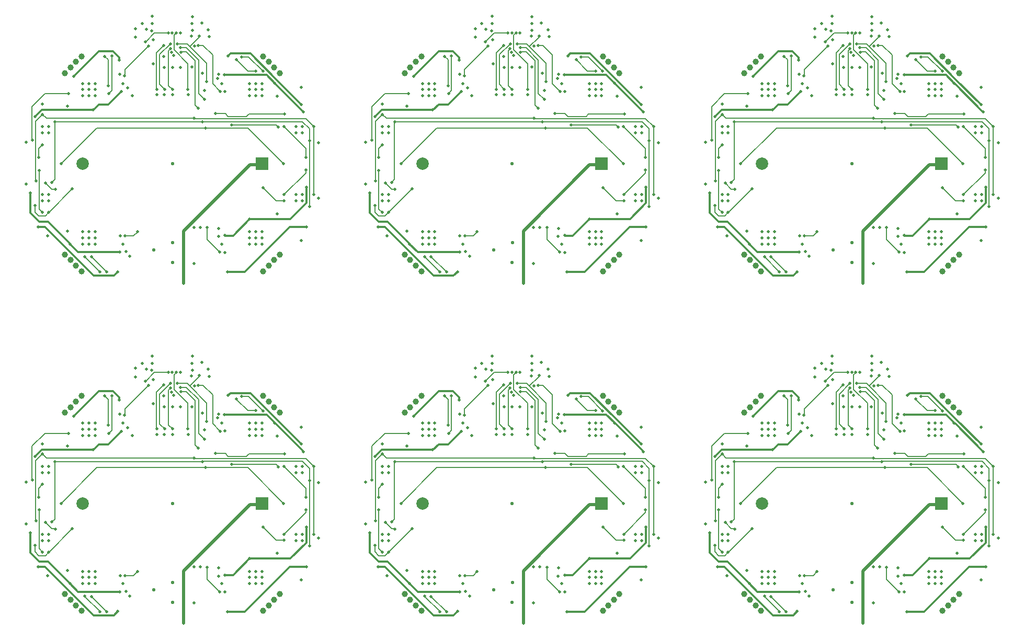
<source format=gbl>
G04*
G04 #@! TF.GenerationSoftware,Altium Limited,Altium Designer,22.3.1 (43)*
G04*
G04 Layer_Physical_Order=4*
G04 Layer_Color=16711680*
%FSLAX25Y25*%
%MOIN*%
G70*
G04*
G04 #@! TF.SameCoordinates,BE9F1A3D-2FD5-4231-B36C-A3B311DF6078*
G04*
G04*
G04 #@! TF.FilePolarity,Positive*
G04*
G01*
G75*
%ADD18R,0.07874X0.07874*%
%ADD42C,0.01181*%
%ADD43C,0.00787*%
%ADD44C,0.01968*%
%ADD46C,0.07874*%
%ADD47C,0.03937*%
%ADD48C,0.02165*%
%ADD49C,0.01968*%
%ADD50C,0.00591*%
D18*
X194882Y137795D02*
D03*
X411417D02*
D03*
X627953D02*
D03*
X194882Y354331D02*
D03*
X411417D02*
D03*
X627953D02*
D03*
D42*
X187500Y208169D02*
X204009Y191660D01*
X174902Y208169D02*
X187500D01*
X173327Y206594D02*
X174902Y208169D01*
X90945Y209350D02*
X100000D01*
X103937Y203740D02*
Y205413D01*
X100000Y209350D02*
X103937Y205413D01*
X75000Y193405D02*
X90945Y209350D01*
X87205Y172047D02*
X87387D01*
X54724D02*
X87205D01*
X197835Y194390D02*
X202953Y189272D01*
Y189075D02*
X203166D01*
X203740Y188583D02*
X221358Y170965D01*
X203658Y188583D02*
X203740D01*
X203166Y189075D02*
X203658Y188583D01*
X202953Y189075D02*
Y189272D01*
X221358Y170866D02*
Y170965D01*
X171063Y194390D02*
X197835D01*
X187470Y102559D02*
X212992D01*
X223130Y112697D01*
Y122835D01*
X58465Y100787D02*
X72539Y86713D01*
X77658Y81496D02*
X104331D01*
X72539Y86614D02*
Y86713D01*
Y86614D02*
X77658Y81496D01*
X52854Y100787D02*
X58465D01*
X204009Y191660D02*
Y191660D01*
Y191660D02*
X220079Y175591D01*
X183957Y68701D02*
X212598Y97342D01*
X172835Y68701D02*
X183957D01*
X171260Y92028D02*
X171358Y91929D01*
X176476D01*
X187106Y102559D01*
X187364Y102453D02*
X187470Y102559D01*
X87598Y66437D02*
X100591D01*
X103051Y68898D01*
X47146Y119095D02*
X47244Y118996D01*
Y106398D02*
Y118996D01*
X50394Y167717D02*
X54724Y172047D01*
X96949Y175492D02*
X105315Y183858D01*
X90969Y175492D02*
X96949D01*
X87524Y172047D02*
X90969Y175492D01*
X47244Y106398D02*
X52854Y100787D01*
X212598Y97342D02*
X223228D01*
X52362D02*
X56693D01*
X87598Y66437D01*
X404035Y208169D02*
X420545Y191660D01*
X391437Y208169D02*
X404035D01*
X389862Y206594D02*
X391437Y208169D01*
X307480Y209350D02*
X316535D01*
X320472Y203740D02*
Y205413D01*
X316535Y209350D02*
X320472Y205413D01*
X291535Y193405D02*
X307480Y209350D01*
X303740Y172047D02*
X303922D01*
X271260D02*
X303740D01*
X414370Y194390D02*
X419488Y189272D01*
Y189075D02*
X419701D01*
X420276Y188583D02*
X437894Y170965D01*
X420193Y188583D02*
X420276D01*
X419701Y189075D02*
X420193Y188583D01*
X419488Y189075D02*
Y189272D01*
X437894Y170866D02*
Y170965D01*
X387598Y194390D02*
X414370D01*
X404005Y102559D02*
X429528D01*
X439665Y112697D01*
Y122835D01*
X275000Y100787D02*
X289075Y86713D01*
X294193Y81496D02*
X320866D01*
X289075Y86614D02*
Y86713D01*
Y86614D02*
X294193Y81496D01*
X269390Y100787D02*
X275000D01*
X420545Y191660D02*
Y191660D01*
Y191660D02*
X436614Y175591D01*
X400492Y68701D02*
X429134Y97342D01*
X389370Y68701D02*
X400492D01*
X387795Y92028D02*
X387894Y91929D01*
X393012D01*
X403642Y102559D01*
X403899Y102453D02*
X404005Y102559D01*
X304134Y66437D02*
X317126D01*
X319587Y68898D01*
X263681Y119095D02*
X263779Y118996D01*
Y106398D02*
Y118996D01*
X266929Y167717D02*
X271260Y172047D01*
X313484Y175492D02*
X321850Y183858D01*
X307505Y175492D02*
X313484D01*
X304060Y172047D02*
X307505Y175492D01*
X263779Y106398D02*
X269390Y100787D01*
X429134Y97342D02*
X439764D01*
X268898D02*
X273228D01*
X304134Y66437D01*
X620571Y208169D02*
X637080Y191660D01*
X607972Y208169D02*
X620571D01*
X606398Y206594D02*
X607972Y208169D01*
X524016Y209350D02*
X533071D01*
X537008Y203740D02*
Y205413D01*
X533071Y209350D02*
X537008Y205413D01*
X508071Y193405D02*
X524016Y209350D01*
X520276Y172047D02*
X520458D01*
X487795D02*
X520276D01*
X630905Y194390D02*
X636024Y189272D01*
Y189075D02*
X636237D01*
X636811Y188583D02*
X654429Y170965D01*
X636729Y188583D02*
X636811D01*
X636237Y189075D02*
X636729Y188583D01*
X636024Y189075D02*
Y189272D01*
X654429Y170866D02*
Y170965D01*
X604134Y194390D02*
X630905D01*
X620541Y102559D02*
X646063D01*
X656201Y112697D01*
Y122835D01*
X491536Y100787D02*
X505610Y86713D01*
X510728Y81496D02*
X537402D01*
X505610Y86614D02*
Y86713D01*
Y86614D02*
X510728Y81496D01*
X485925Y100787D02*
X491536D01*
X637080Y191660D02*
Y191660D01*
Y191660D02*
X653150Y175591D01*
X617028Y68701D02*
X645669Y97342D01*
X605905Y68701D02*
X617028D01*
X604331Y92028D02*
X604429Y91929D01*
X609547D01*
X620177Y102559D01*
X620434Y102453D02*
X620541Y102559D01*
X520669Y66437D02*
X533661D01*
X536122Y68898D01*
X480217Y119095D02*
X480315Y118996D01*
Y106398D02*
Y118996D01*
X483465Y167717D02*
X487795Y172047D01*
X530020Y175492D02*
X538386Y183858D01*
X524040Y175492D02*
X530020D01*
X520595Y172047D02*
X524040Y175492D01*
X480315Y106398D02*
X485925Y100787D01*
X645669Y97342D02*
X656299D01*
X485433D02*
X489764D01*
X520669Y66437D01*
X187500Y424705D02*
X204009Y408195D01*
X174902Y424705D02*
X187500D01*
X173327Y423130D02*
X174902Y424705D01*
X90945Y425886D02*
X100000D01*
X103937Y420276D02*
Y421949D01*
X100000Y425886D02*
X103937Y421949D01*
X75000Y409941D02*
X90945Y425886D01*
X87205Y388583D02*
X87387D01*
X54724D02*
X87205D01*
X197835Y410925D02*
X202953Y405807D01*
Y405610D02*
X203166D01*
X203740Y405118D02*
X221358Y387500D01*
X203658Y405118D02*
X203740D01*
X203166Y405610D02*
X203658Y405118D01*
X202953Y405610D02*
Y405807D01*
X221358Y387402D02*
Y387500D01*
X171063Y410925D02*
X197835D01*
X187470Y319094D02*
X212992D01*
X223130Y329232D01*
Y339370D01*
X58465Y317323D02*
X72539Y303248D01*
X77658Y298031D02*
X104331D01*
X72539Y303150D02*
Y303248D01*
Y303150D02*
X77658Y298031D01*
X52854Y317323D02*
X58465D01*
X204009Y408195D02*
Y408195D01*
Y408195D02*
X220079Y392126D01*
X183957Y285236D02*
X212598Y313878D01*
X172835Y285236D02*
X183957D01*
X171260Y308563D02*
X171358Y308465D01*
X176476D01*
X187106Y319094D01*
X187364Y318988D02*
X187470Y319094D01*
X87598Y282972D02*
X100591D01*
X103051Y285433D01*
X47146Y335630D02*
X47244Y335531D01*
Y322933D02*
Y335531D01*
X50394Y384252D02*
X54724Y388583D01*
X96949Y392028D02*
X105315Y400394D01*
X90969Y392028D02*
X96949D01*
X87524Y388583D02*
X90969Y392028D01*
X47244Y322933D02*
X52854Y317323D01*
X212598Y313878D02*
X223228D01*
X52362D02*
X56693D01*
X87598Y282972D01*
X404035Y424705D02*
X420545Y408195D01*
X391437Y424705D02*
X404035D01*
X389862Y423130D02*
X391437Y424705D01*
X307480Y425886D02*
X316535D01*
X320472Y420276D02*
Y421949D01*
X316535Y425886D02*
X320472Y421949D01*
X291535Y409941D02*
X307480Y425886D01*
X303740Y388583D02*
X303922D01*
X271260D02*
X303740D01*
X414370Y410925D02*
X419488Y405807D01*
Y405610D02*
X419701D01*
X420276Y405118D02*
X437894Y387500D01*
X420193Y405118D02*
X420276D01*
X419701Y405610D02*
X420193Y405118D01*
X419488Y405610D02*
Y405807D01*
X437894Y387402D02*
Y387500D01*
X387598Y410925D02*
X414370D01*
X404005Y319094D02*
X429528D01*
X439665Y329232D01*
Y339370D01*
X275000Y317323D02*
X289075Y303248D01*
X294193Y298031D02*
X320866D01*
X289075Y303150D02*
Y303248D01*
Y303150D02*
X294193Y298031D01*
X269390Y317323D02*
X275000D01*
X420545Y408195D02*
Y408195D01*
Y408195D02*
X436614Y392126D01*
X400492Y285236D02*
X429134Y313878D01*
X389370Y285236D02*
X400492D01*
X387795Y308563D02*
X387894Y308465D01*
X393012D01*
X403642Y319094D01*
X403899Y318988D02*
X404005Y319094D01*
X304134Y282972D02*
X317126D01*
X319587Y285433D01*
X263681Y335630D02*
X263779Y335531D01*
Y322933D02*
Y335531D01*
X266929Y384252D02*
X271260Y388583D01*
X313484Y392028D02*
X321850Y400394D01*
X307505Y392028D02*
X313484D01*
X304060Y388583D02*
X307505Y392028D01*
X263779Y322933D02*
X269390Y317323D01*
X429134Y313878D02*
X439764D01*
X268898D02*
X273228D01*
X304134Y282972D01*
X620571Y424705D02*
X637080Y408195D01*
X607972Y424705D02*
X620571D01*
X606398Y423130D02*
X607972Y424705D01*
X524016Y425886D02*
X533071D01*
X537008Y420276D02*
Y421949D01*
X533071Y425886D02*
X537008Y421949D01*
X508071Y409941D02*
X524016Y425886D01*
X520276Y388583D02*
X520458D01*
X487795D02*
X520276D01*
X630905Y410925D02*
X636024Y405807D01*
Y405610D02*
X636237D01*
X636811Y405118D02*
X654429Y387500D01*
X636729Y405118D02*
X636811D01*
X636237Y405610D02*
X636729Y405118D01*
X636024Y405610D02*
Y405807D01*
X654429Y387402D02*
Y387500D01*
X604134Y410925D02*
X630905D01*
X620541Y319094D02*
X646063D01*
X656201Y329232D01*
Y339370D01*
X491536Y317323D02*
X505610Y303248D01*
X510728Y298031D02*
X537402D01*
X505610Y303150D02*
Y303248D01*
Y303150D02*
X510728Y298031D01*
X485925Y317323D02*
X491536D01*
X637080Y408195D02*
Y408195D01*
Y408195D02*
X653150Y392126D01*
X617028Y285236D02*
X645669Y313878D01*
X605905Y285236D02*
X617028D01*
X604331Y308563D02*
X604429Y308465D01*
X609547D01*
X620177Y319094D01*
X620434Y318988D02*
X620541Y319094D01*
X520669Y282972D02*
X533661D01*
X536122Y285433D01*
X480217Y335630D02*
X480315Y335531D01*
Y322933D02*
Y335531D01*
X483465Y384252D02*
X487795Y388583D01*
X530020Y392028D02*
X538386Y400394D01*
X524040Y392028D02*
X530020D01*
X520595Y388583D02*
X524040Y392028D01*
X480315Y322933D02*
X485925Y317323D01*
X645669Y313878D02*
X656299D01*
X485433D02*
X489764D01*
X520669Y282972D01*
D43*
X154621Y218474D02*
X155118Y218972D01*
Y219291D01*
X148524Y212894D02*
X148868Y212549D01*
X159547Y201870D01*
X154621Y218302D02*
Y218474D01*
X148868Y212549D02*
X154621Y218302D01*
X163484Y188681D02*
X168405Y183760D01*
X107382Y193996D02*
X107480Y194095D01*
Y197933D01*
X135433Y209917D02*
X136516Y210999D01*
X135433Y187598D02*
Y209917D01*
Y187598D02*
X137795Y185236D01*
X136516Y210999D02*
Y211319D01*
X138878Y210433D02*
X147736Y201575D01*
X138878Y219783D02*
X140354Y221260D01*
X138878Y210433D02*
Y219783D01*
X97342Y182480D02*
Y182480D01*
X99149Y206531D02*
X99213Y206468D01*
Y184350D02*
Y206468D01*
X97342Y182480D02*
X99213Y184350D01*
X94685Y206299D02*
X96949Y204035D01*
Y187598D02*
Y204035D01*
X208858Y161417D02*
X222835Y147441D01*
Y141732D02*
Y147441D01*
Y131890D02*
Y133858D01*
X209055Y118110D02*
X222835Y131890D01*
X154528Y182480D02*
Y203937D01*
Y182480D02*
X158268Y178740D01*
X146752Y211713D02*
X154528Y203937D01*
X143012Y211713D02*
X146752D01*
X159547Y190059D02*
Y201870D01*
X63017Y164503D02*
X63041Y164478D01*
X152264Y175098D02*
Y203445D01*
Y175098D02*
X154331Y173031D01*
X178642Y204134D02*
X185827Y196949D01*
X190945D01*
X178642Y204134D02*
Y204331D01*
X55118Y169291D02*
X57677Y166732D01*
X151673D01*
X62894Y127756D02*
Y164380D01*
X63002Y164488D01*
X184941Y167815D02*
X186516Y169390D01*
X171555Y169685D02*
X173425Y167815D01*
X184941D01*
X129724Y188386D02*
Y207382D01*
Y188386D02*
X132874Y185236D01*
X127756Y185335D02*
Y208612D01*
Y185335D02*
X127854Y185236D01*
X127756Y208612D02*
X132382Y213238D01*
X186319Y205906D02*
X195473Y196752D01*
X52756Y141831D02*
Y147539D01*
X55118Y149902D01*
X52854Y108957D02*
Y133661D01*
Y108957D02*
X55118Y106693D01*
X86221Y78543D02*
X95965Y68799D01*
X82087Y78494D02*
X91634Y68947D01*
Y68799D02*
Y68947D01*
X82087Y78494D02*
Y78642D01*
X160039Y89468D02*
X168012Y81496D01*
X147736Y185236D02*
Y201575D01*
X113091Y91831D02*
X115551Y94291D01*
X107677Y91831D02*
X113091D01*
X62992Y121653D02*
X63189Y121457D01*
X61024Y121653D02*
X62992D01*
X57087Y125591D02*
X61024Y121653D01*
X50787Y126969D02*
Y164961D01*
X55118Y169291D01*
X181890Y205906D02*
X186319D01*
X205413Y161122D02*
Y161249D01*
X204064Y162598D02*
X205413Y161249D01*
X175492Y162598D02*
X204064D01*
X48425Y152953D02*
Y174213D01*
Y152953D02*
X48524Y152854D01*
X165157Y169685D02*
X171555D01*
X186516Y169390D02*
X209350D01*
X158957Y160630D02*
X185827D01*
X208661Y137795D01*
X66929D02*
X89764Y160630D01*
X158957D01*
X222835Y166535D02*
X227953Y161417D01*
X151870Y166535D02*
X222835D01*
X151673Y166732D02*
X151870Y166535D01*
X227953Y118110D02*
Y161417D01*
X157114Y164594D02*
X220740D01*
X63041Y164478D02*
X156978D01*
X156988Y164469D01*
X157114Y164594D01*
X220740D02*
X225197Y160138D01*
X129724Y207382D02*
X136614Y214272D01*
X147146D02*
X148524Y212894D01*
X154429Y213189D02*
X157382D01*
X163484Y188681D02*
Y207087D01*
X157382Y213189D02*
X163484Y207087D01*
X195669Y122638D02*
X204035Y114272D01*
X209055D01*
X141043Y214272D02*
X147146D01*
X107480Y197933D02*
X122539Y212992D01*
X160039Y89468D02*
Y97047D01*
X120768Y215650D02*
X120813D01*
X50787Y126969D02*
X50886Y126870D01*
X48425Y174213D02*
X56693Y182480D01*
X56890Y104528D02*
X59055Y106693D01*
X50394Y106890D02*
X52756Y104528D01*
X56890D01*
X50394Y106890D02*
Y111024D01*
X146653Y209055D02*
X152264Y203445D01*
X61024Y125886D02*
X62894Y127756D01*
X143307Y209055D02*
X146653D01*
X143209Y208957D02*
X143307Y209055D01*
X74114Y121752D02*
Y121850D01*
X59153Y106791D02*
X74114Y121752D01*
X56693Y182480D02*
X71555D01*
X71653Y182382D01*
X225197Y152461D02*
Y160138D01*
X59055Y106693D02*
X59153Y106791D01*
X225197Y110630D02*
Y152461D01*
X115551Y94291D02*
Y94390D01*
X371156Y218474D02*
X371654Y218972D01*
Y219291D01*
X365059Y212894D02*
X365404Y212549D01*
X376083Y201870D01*
X371156Y218302D02*
Y218474D01*
X365404Y212549D02*
X371156Y218302D01*
X380020Y188681D02*
X384941Y183760D01*
X323917Y193996D02*
X324016Y194095D01*
Y197933D01*
X351969Y209917D02*
X353051Y210999D01*
X351969Y187598D02*
Y209917D01*
Y187598D02*
X354331Y185236D01*
X353051Y210999D02*
Y211319D01*
X355413Y210433D02*
X364272Y201575D01*
X355413Y219783D02*
X356890Y221260D01*
X355413Y210433D02*
Y219783D01*
X313878Y182480D02*
Y182480D01*
X315685Y206531D02*
X315748Y206468D01*
Y184350D02*
Y206468D01*
X313878Y182480D02*
X315748Y184350D01*
X311221Y206299D02*
X313484Y204035D01*
Y187598D02*
Y204035D01*
X425394Y161417D02*
X439370Y147441D01*
Y141732D02*
Y147441D01*
Y131890D02*
Y133858D01*
X425591Y118110D02*
X439370Y131890D01*
X371063Y182480D02*
Y203937D01*
Y182480D02*
X374803Y178740D01*
X363287Y211713D02*
X371063Y203937D01*
X359547Y211713D02*
X363287D01*
X376083Y190059D02*
Y201870D01*
X279552Y164503D02*
X279577Y164478D01*
X368799Y175098D02*
Y203445D01*
Y175098D02*
X370866Y173031D01*
X395177Y204134D02*
X402362Y196949D01*
X407480D01*
X395177Y204134D02*
Y204331D01*
X271654Y169291D02*
X274213Y166732D01*
X368209D01*
X279429Y127756D02*
Y164380D01*
X279537Y164488D01*
X401476Y167815D02*
X403051Y169390D01*
X388091Y169685D02*
X389961Y167815D01*
X401476D01*
X346260Y188386D02*
Y207382D01*
Y188386D02*
X349410Y185236D01*
X344291Y185335D02*
Y208612D01*
Y185335D02*
X344390Y185236D01*
X344291Y208612D02*
X348917Y213238D01*
X402854Y205906D02*
X412008Y196752D01*
X269291Y141831D02*
Y147539D01*
X271654Y149902D01*
X269390Y108957D02*
Y133661D01*
Y108957D02*
X271654Y106693D01*
X302756Y78543D02*
X312500Y68799D01*
X298622Y78494D02*
X308169Y68947D01*
Y68799D02*
Y68947D01*
X298622Y78494D02*
Y78642D01*
X376575Y89468D02*
X384547Y81496D01*
X364272Y185236D02*
Y201575D01*
X329626Y91831D02*
X332087Y94291D01*
X324213Y91831D02*
X329626D01*
X279528Y121653D02*
X279724Y121457D01*
X277559Y121653D02*
X279528D01*
X273622Y125591D02*
X277559Y121653D01*
X267323Y126969D02*
Y164961D01*
X271654Y169291D01*
X398425Y205906D02*
X402854D01*
X421949Y161122D02*
Y161249D01*
X420600Y162598D02*
X421949Y161249D01*
X392028Y162598D02*
X420600D01*
X264961Y152953D02*
Y174213D01*
Y152953D02*
X265059Y152854D01*
X381693Y169685D02*
X388091D01*
X403051Y169390D02*
X425886D01*
X375492Y160630D02*
X402362D01*
X425197Y137795D01*
X283465D02*
X306299Y160630D01*
X375492D01*
X439370Y166535D02*
X444488Y161417D01*
X368406Y166535D02*
X439370D01*
X368209Y166732D02*
X368406Y166535D01*
X444488Y118110D02*
Y161417D01*
X373650Y164594D02*
X437276D01*
X279577Y164478D02*
X373514D01*
X373524Y164469D01*
X373650Y164594D01*
X437276D02*
X441732Y160138D01*
X346260Y207382D02*
X353150Y214272D01*
X363681D02*
X365059Y212894D01*
X370965Y213189D02*
X373917D01*
X380020Y188681D02*
Y207087D01*
X373917Y213189D02*
X380020Y207087D01*
X412205Y122638D02*
X420571Y114272D01*
X425591D01*
X357579Y214272D02*
X363681D01*
X324016Y197933D02*
X339075Y212992D01*
X376575Y89468D02*
Y97047D01*
X337303Y215650D02*
X337348D01*
X267323Y126969D02*
X267421Y126870D01*
X264961Y174213D02*
X273228Y182480D01*
X273425Y104528D02*
X275591Y106693D01*
X266929Y106890D02*
X269291Y104528D01*
X273425D01*
X266929Y106890D02*
Y111024D01*
X363189Y209055D02*
X368799Y203445D01*
X277559Y125886D02*
X279429Y127756D01*
X359842Y209055D02*
X363189D01*
X359744Y208957D02*
X359842Y209055D01*
X290650Y121752D02*
Y121850D01*
X275689Y106791D02*
X290650Y121752D01*
X273228Y182480D02*
X288091D01*
X288189Y182382D01*
X441732Y152461D02*
Y160138D01*
X275591Y106693D02*
X275689Y106791D01*
X441732Y110630D02*
Y152461D01*
X332087Y94291D02*
Y94390D01*
X587691Y218474D02*
X588189Y218972D01*
Y219291D01*
X581595Y212894D02*
X581939Y212549D01*
X592618Y201870D01*
X587691Y218302D02*
Y218474D01*
X581939Y212549D02*
X587691Y218302D01*
X596555Y188681D02*
X601476Y183760D01*
X540453Y193996D02*
X540551Y194095D01*
Y197933D01*
X568504Y209917D02*
X569587Y210999D01*
X568504Y187598D02*
Y209917D01*
Y187598D02*
X570866Y185236D01*
X569587Y210999D02*
Y211319D01*
X571949Y210433D02*
X580807Y201575D01*
X571949Y219783D02*
X573425Y221260D01*
X571949Y210433D02*
Y219783D01*
X530413Y182480D02*
Y182480D01*
X532220Y206531D02*
X532283Y206468D01*
Y184350D02*
Y206468D01*
X530413Y182480D02*
X532283Y184350D01*
X527756Y206299D02*
X530020Y204035D01*
Y187598D02*
Y204035D01*
X641929Y161417D02*
X655905Y147441D01*
Y141732D02*
Y147441D01*
Y131890D02*
Y133858D01*
X642126Y118110D02*
X655905Y131890D01*
X587598Y182480D02*
Y203937D01*
Y182480D02*
X591339Y178740D01*
X579823Y211713D02*
X587598Y203937D01*
X576083Y211713D02*
X579823D01*
X592618Y190059D02*
Y201870D01*
X496088Y164503D02*
X496112Y164478D01*
X585335Y175098D02*
Y203445D01*
Y175098D02*
X587402Y173031D01*
X611713Y204134D02*
X618898Y196949D01*
X624016D01*
X611713Y204134D02*
Y204331D01*
X488189Y169291D02*
X490748Y166732D01*
X584744D01*
X495965Y127756D02*
Y164380D01*
X496073Y164488D01*
X618012Y167815D02*
X619587Y169390D01*
X604626Y169685D02*
X606496Y167815D01*
X618012D01*
X562795Y188386D02*
Y207382D01*
Y188386D02*
X565945Y185236D01*
X560827Y185335D02*
Y208612D01*
Y185335D02*
X560925Y185236D01*
X560827Y208612D02*
X565453Y213238D01*
X619390Y205906D02*
X628543Y196752D01*
X485827Y141831D02*
Y147539D01*
X488189Y149902D01*
X485925Y108957D02*
Y133661D01*
Y108957D02*
X488189Y106693D01*
X519291Y78543D02*
X529036Y68799D01*
X515158Y78494D02*
X524705Y68947D01*
Y68799D02*
Y68947D01*
X515158Y78494D02*
Y78642D01*
X593110Y89468D02*
X601083Y81496D01*
X580807Y185236D02*
Y201575D01*
X546161Y91831D02*
X548622Y94291D01*
X540748Y91831D02*
X546161D01*
X496063Y121653D02*
X496260Y121457D01*
X494095Y121653D02*
X496063D01*
X490158Y125591D02*
X494095Y121653D01*
X483858Y126969D02*
Y164961D01*
X488189Y169291D01*
X614961Y205906D02*
X619390D01*
X638484Y161122D02*
Y161249D01*
X637135Y162598D02*
X638484Y161249D01*
X608563Y162598D02*
X637135D01*
X481496Y152953D02*
Y174213D01*
Y152953D02*
X481595Y152854D01*
X598228Y169685D02*
X604626D01*
X619587Y169390D02*
X642421D01*
X592028Y160630D02*
X618898D01*
X641732Y137795D01*
X500000D02*
X522835Y160630D01*
X592028D01*
X655905Y166535D02*
X661024Y161417D01*
X584941Y166535D02*
X655905D01*
X584744Y166732D02*
X584941Y166535D01*
X661024Y118110D02*
Y161417D01*
X590185Y164594D02*
X653811D01*
X496112Y164478D02*
X590049D01*
X590059Y164469D01*
X590185Y164594D01*
X653811D02*
X658268Y160138D01*
X562795Y207382D02*
X569685Y214272D01*
X580217D02*
X581595Y212894D01*
X587500Y213189D02*
X590453D01*
X596555Y188681D02*
Y207087D01*
X590453Y213189D02*
X596555Y207087D01*
X628740Y122638D02*
X637106Y114272D01*
X642126D01*
X574114Y214272D02*
X580217D01*
X540551Y197933D02*
X555610Y212992D01*
X593110Y89468D02*
Y97047D01*
X553839Y215650D02*
X553884D01*
X483858Y126969D02*
X483957Y126870D01*
X481496Y174213D02*
X489764Y182480D01*
X489961Y104528D02*
X492126Y106693D01*
X483465Y106890D02*
X485827Y104528D01*
X489961D01*
X483465Y106890D02*
Y111024D01*
X579724Y209055D02*
X585335Y203445D01*
X494095Y125886D02*
X495965Y127756D01*
X576378Y209055D02*
X579724D01*
X576280Y208957D02*
X576378Y209055D01*
X507185Y121752D02*
Y121850D01*
X492224Y106791D02*
X507185Y121752D01*
X489764Y182480D02*
X504626D01*
X504724Y182382D01*
X658268Y152461D02*
Y160138D01*
X492126Y106693D02*
X492224Y106791D01*
X658268Y110630D02*
Y152461D01*
X548622Y94291D02*
Y94390D01*
X154621Y435009D02*
X155118Y435507D01*
Y435827D01*
X148524Y429429D02*
X148868Y429085D01*
X159547Y418405D01*
X154621Y434837D02*
Y435009D01*
X148868Y429085D02*
X154621Y434837D01*
X163484Y405217D02*
X168405Y400295D01*
X107382Y410532D02*
X107480Y410630D01*
Y414468D01*
X135433Y426452D02*
X136516Y427535D01*
X135433Y404134D02*
Y426452D01*
Y404134D02*
X137795Y401772D01*
X136516Y427535D02*
Y427854D01*
X138878Y426968D02*
X147736Y418110D01*
X138878Y436319D02*
X140354Y437795D01*
X138878Y426968D02*
Y436319D01*
X97342Y399016D02*
Y399016D01*
X99149Y423067D02*
X99213Y423003D01*
Y400886D02*
Y423003D01*
X97342Y399016D02*
X99213Y400886D01*
X94685Y422835D02*
X96949Y420571D01*
Y404134D02*
Y420571D01*
X208858Y377953D02*
X222835Y363976D01*
Y358268D02*
Y363976D01*
Y348425D02*
Y350394D01*
X209055Y334646D02*
X222835Y348425D01*
X154528Y399016D02*
Y420472D01*
Y399016D02*
X158268Y395276D01*
X146752Y428248D02*
X154528Y420472D01*
X143012Y428248D02*
X146752D01*
X159547Y406595D02*
Y418405D01*
X63017Y381038D02*
X63041Y381014D01*
X152264Y391634D02*
Y419980D01*
Y391634D02*
X154331Y389567D01*
X178642Y420669D02*
X185827Y413484D01*
X190945D01*
X178642Y420669D02*
Y420866D01*
X55118Y385827D02*
X57677Y383268D01*
X151673D01*
X62894Y344291D02*
Y380915D01*
X63002Y381024D01*
X184941Y384350D02*
X186516Y385925D01*
X171555Y386221D02*
X173425Y384350D01*
X184941D01*
X129724Y404921D02*
Y423917D01*
Y404921D02*
X132874Y401772D01*
X127756Y401870D02*
Y425148D01*
Y401870D02*
X127854Y401772D01*
X127756Y425148D02*
X132382Y429774D01*
X186319Y422441D02*
X195473Y413287D01*
X52756Y358366D02*
Y364075D01*
X55118Y366437D01*
X52854Y325492D02*
Y350197D01*
Y325492D02*
X55118Y323228D01*
X86221Y295079D02*
X95965Y285335D01*
X82087Y295029D02*
X91634Y285482D01*
Y285335D02*
Y285482D01*
X82087Y295029D02*
Y295177D01*
X160039Y306004D02*
X168012Y298031D01*
X147736Y401772D02*
Y418110D01*
X113091Y308366D02*
X115551Y310827D01*
X107677Y308366D02*
X113091D01*
X62992Y338189D02*
X63189Y337992D01*
X61024Y338189D02*
X62992D01*
X57087Y342126D02*
X61024Y338189D01*
X50787Y343504D02*
Y381496D01*
X55118Y385827D01*
X181890Y422441D02*
X186319D01*
X205413Y377658D02*
Y377785D01*
X204064Y379134D02*
X205413Y377785D01*
X175492Y379134D02*
X204064D01*
X48425Y369488D02*
Y390748D01*
Y369488D02*
X48524Y369390D01*
X165157Y386221D02*
X171555D01*
X186516Y385925D02*
X209350D01*
X158957Y377165D02*
X185827D01*
X208661Y354331D01*
X66929D02*
X89764Y377165D01*
X158957D01*
X222835Y383071D02*
X227953Y377953D01*
X151870Y383071D02*
X222835D01*
X151673Y383268D02*
X151870Y383071D01*
X227953Y334646D02*
Y377953D01*
X157114Y381130D02*
X220740D01*
X63041Y381014D02*
X156978D01*
X156988Y381004D01*
X157114Y381130D01*
X220740D02*
X225197Y376673D01*
X129724Y423917D02*
X136614Y430807D01*
X147146D02*
X148524Y429429D01*
X154429Y429724D02*
X157382D01*
X163484Y405217D02*
Y423622D01*
X157382Y429724D02*
X163484Y423622D01*
X195669Y339173D02*
X204035Y330807D01*
X209055D01*
X141043Y430807D02*
X147146D01*
X107480Y414468D02*
X122539Y429528D01*
X160039Y306004D02*
Y313583D01*
X120768Y432185D02*
X120813D01*
X50787Y343504D02*
X50886Y343406D01*
X48425Y390748D02*
X56693Y399016D01*
X56890Y321063D02*
X59055Y323228D01*
X50394Y323425D02*
X52756Y321063D01*
X56890D01*
X50394Y323425D02*
Y327559D01*
X146653Y425591D02*
X152264Y419980D01*
X61024Y342421D02*
X62894Y344291D01*
X143307Y425591D02*
X146653D01*
X143209Y425492D02*
X143307Y425591D01*
X74114Y338287D02*
Y338386D01*
X59153Y323327D02*
X74114Y338287D01*
X56693Y399016D02*
X71555D01*
X71653Y398917D01*
X225197Y368996D02*
Y376673D01*
X59055Y323228D02*
X59153Y323327D01*
X225197Y327165D02*
Y368996D01*
X115551Y310827D02*
Y310925D01*
X371156Y435009D02*
X371654Y435507D01*
Y435827D01*
X365059Y429429D02*
X365404Y429085D01*
X376083Y418405D01*
X371156Y434837D02*
Y435009D01*
X365404Y429085D02*
X371156Y434837D01*
X380020Y405217D02*
X384941Y400295D01*
X323917Y410532D02*
X324016Y410630D01*
Y414468D01*
X351969Y426452D02*
X353051Y427535D01*
X351969Y404134D02*
Y426452D01*
Y404134D02*
X354331Y401772D01*
X353051Y427535D02*
Y427854D01*
X355413Y426968D02*
X364272Y418110D01*
X355413Y436319D02*
X356890Y437795D01*
X355413Y426968D02*
Y436319D01*
X313878Y399016D02*
Y399016D01*
X315685Y423067D02*
X315748Y423003D01*
Y400886D02*
Y423003D01*
X313878Y399016D02*
X315748Y400886D01*
X311221Y422835D02*
X313484Y420571D01*
Y404134D02*
Y420571D01*
X425394Y377953D02*
X439370Y363976D01*
Y358268D02*
Y363976D01*
Y348425D02*
Y350394D01*
X425591Y334646D02*
X439370Y348425D01*
X371063Y399016D02*
Y420472D01*
Y399016D02*
X374803Y395276D01*
X363287Y428248D02*
X371063Y420472D01*
X359547Y428248D02*
X363287D01*
X376083Y406595D02*
Y418405D01*
X279552Y381038D02*
X279577Y381014D01*
X368799Y391634D02*
Y419980D01*
Y391634D02*
X370866Y389567D01*
X395177Y420669D02*
X402362Y413484D01*
X407480D01*
X395177Y420669D02*
Y420866D01*
X271654Y385827D02*
X274213Y383268D01*
X368209D01*
X279429Y344291D02*
Y380915D01*
X279537Y381024D01*
X401476Y384350D02*
X403051Y385925D01*
X388091Y386221D02*
X389961Y384350D01*
X401476D01*
X346260Y404921D02*
Y423917D01*
Y404921D02*
X349410Y401772D01*
X344291Y401870D02*
Y425148D01*
Y401870D02*
X344390Y401772D01*
X344291Y425148D02*
X348917Y429774D01*
X402854Y422441D02*
X412008Y413287D01*
X269291Y358366D02*
Y364075D01*
X271654Y366437D01*
X269390Y325492D02*
Y350197D01*
Y325492D02*
X271654Y323228D01*
X302756Y295079D02*
X312500Y285335D01*
X298622Y295029D02*
X308169Y285482D01*
Y285335D02*
Y285482D01*
X298622Y295029D02*
Y295177D01*
X376575Y306004D02*
X384547Y298031D01*
X364272Y401772D02*
Y418110D01*
X329626Y308366D02*
X332087Y310827D01*
X324213Y308366D02*
X329626D01*
X279528Y338189D02*
X279724Y337992D01*
X277559Y338189D02*
X279528D01*
X273622Y342126D02*
X277559Y338189D01*
X267323Y343504D02*
Y381496D01*
X271654Y385827D01*
X398425Y422441D02*
X402854D01*
X421949Y377658D02*
Y377785D01*
X420600Y379134D02*
X421949Y377785D01*
X392028Y379134D02*
X420600D01*
X264961Y369488D02*
Y390748D01*
Y369488D02*
X265059Y369390D01*
X381693Y386221D02*
X388091D01*
X403051Y385925D02*
X425886D01*
X375492Y377165D02*
X402362D01*
X425197Y354331D01*
X283465D02*
X306299Y377165D01*
X375492D01*
X439370Y383071D02*
X444488Y377953D01*
X368406Y383071D02*
X439370D01*
X368209Y383268D02*
X368406Y383071D01*
X444488Y334646D02*
Y377953D01*
X373650Y381130D02*
X437276D01*
X279577Y381014D02*
X373514D01*
X373524Y381004D01*
X373650Y381130D01*
X437276D02*
X441732Y376673D01*
X346260Y423917D02*
X353150Y430807D01*
X363681D02*
X365059Y429429D01*
X370965Y429724D02*
X373917D01*
X380020Y405217D02*
Y423622D01*
X373917Y429724D02*
X380020Y423622D01*
X412205Y339173D02*
X420571Y330807D01*
X425591D01*
X357579Y430807D02*
X363681D01*
X324016Y414468D02*
X339075Y429528D01*
X376575Y306004D02*
Y313583D01*
X337303Y432185D02*
X337348D01*
X267323Y343504D02*
X267421Y343406D01*
X264961Y390748D02*
X273228Y399016D01*
X273425Y321063D02*
X275591Y323228D01*
X266929Y323425D02*
X269291Y321063D01*
X273425D01*
X266929Y323425D02*
Y327559D01*
X363189Y425591D02*
X368799Y419980D01*
X277559Y342421D02*
X279429Y344291D01*
X359842Y425591D02*
X363189D01*
X359744Y425492D02*
X359842Y425591D01*
X290650Y338287D02*
Y338386D01*
X275689Y323327D02*
X290650Y338287D01*
X273228Y399016D02*
X288091D01*
X288189Y398917D01*
X441732Y368996D02*
Y376673D01*
X275591Y323228D02*
X275689Y323327D01*
X441732Y327165D02*
Y368996D01*
X332087Y310827D02*
Y310925D01*
X587691Y435009D02*
X588189Y435507D01*
Y435827D01*
X581595Y429429D02*
X581939Y429085D01*
X592618Y418405D01*
X587691Y434837D02*
Y435009D01*
X581939Y429085D02*
X587691Y434837D01*
X596555Y405217D02*
X601476Y400295D01*
X540453Y410532D02*
X540551Y410630D01*
Y414468D01*
X568504Y426452D02*
X569587Y427535D01*
X568504Y404134D02*
Y426452D01*
Y404134D02*
X570866Y401772D01*
X569587Y427535D02*
Y427854D01*
X571949Y426968D02*
X580807Y418110D01*
X571949Y436319D02*
X573425Y437795D01*
X571949Y426968D02*
Y436319D01*
X530413Y399016D02*
Y399016D01*
X532220Y423067D02*
X532283Y423003D01*
Y400886D02*
Y423003D01*
X530413Y399016D02*
X532283Y400886D01*
X527756Y422835D02*
X530020Y420571D01*
Y404134D02*
Y420571D01*
X641929Y377953D02*
X655905Y363976D01*
Y358268D02*
Y363976D01*
Y348425D02*
Y350394D01*
X642126Y334646D02*
X655905Y348425D01*
X587598Y399016D02*
Y420472D01*
Y399016D02*
X591339Y395276D01*
X579823Y428248D02*
X587598Y420472D01*
X576083Y428248D02*
X579823D01*
X592618Y406595D02*
Y418405D01*
X496088Y381038D02*
X496112Y381014D01*
X585335Y391634D02*
Y419980D01*
Y391634D02*
X587402Y389567D01*
X611713Y420669D02*
X618898Y413484D01*
X624016D01*
X611713Y420669D02*
Y420866D01*
X488189Y385827D02*
X490748Y383268D01*
X584744D01*
X495965Y344291D02*
Y380915D01*
X496073Y381024D01*
X618012Y384350D02*
X619587Y385925D01*
X604626Y386221D02*
X606496Y384350D01*
X618012D01*
X562795Y404921D02*
Y423917D01*
Y404921D02*
X565945Y401772D01*
X560827Y401870D02*
Y425148D01*
Y401870D02*
X560925Y401772D01*
X560827Y425148D02*
X565453Y429774D01*
X619390Y422441D02*
X628543Y413287D01*
X485827Y358366D02*
Y364075D01*
X488189Y366437D01*
X485925Y325492D02*
Y350197D01*
Y325492D02*
X488189Y323228D01*
X519291Y295079D02*
X529036Y285335D01*
X515158Y295029D02*
X524705Y285482D01*
Y285335D02*
Y285482D01*
X515158Y295029D02*
Y295177D01*
X593110Y306004D02*
X601083Y298031D01*
X580807Y401772D02*
Y418110D01*
X546161Y308366D02*
X548622Y310827D01*
X540748Y308366D02*
X546161D01*
X496063Y338189D02*
X496260Y337992D01*
X494095Y338189D02*
X496063D01*
X490158Y342126D02*
X494095Y338189D01*
X483858Y343504D02*
Y381496D01*
X488189Y385827D01*
X614961Y422441D02*
X619390D01*
X638484Y377658D02*
Y377785D01*
X637135Y379134D02*
X638484Y377785D01*
X608563Y379134D02*
X637135D01*
X481496Y369488D02*
Y390748D01*
Y369488D02*
X481595Y369390D01*
X598228Y386221D02*
X604626D01*
X619587Y385925D02*
X642421D01*
X592028Y377165D02*
X618898D01*
X641732Y354331D01*
X500000D02*
X522835Y377165D01*
X592028D01*
X655905Y383071D02*
X661024Y377953D01*
X584941Y383071D02*
X655905D01*
X584744Y383268D02*
X584941Y383071D01*
X661024Y334646D02*
Y377953D01*
X590185Y381130D02*
X653811D01*
X496112Y381014D02*
X590049D01*
X590059Y381004D01*
X590185Y381130D01*
X653811D02*
X658268Y376673D01*
X562795Y423917D02*
X569685Y430807D01*
X580217D02*
X581595Y429429D01*
X587500Y429724D02*
X590453D01*
X596555Y405217D02*
Y423622D01*
X590453Y429724D02*
X596555Y423622D01*
X628740Y339173D02*
X637106Y330807D01*
X642126D01*
X574114Y430807D02*
X580217D01*
X540551Y414468D02*
X555610Y429528D01*
X593110Y306004D02*
Y313583D01*
X553839Y432185D02*
X553884D01*
X483858Y343504D02*
X483957Y343406D01*
X481496Y390748D02*
X489764Y399016D01*
X489961Y321063D02*
X492126Y323228D01*
X483465Y323425D02*
X485827Y321063D01*
X489961D01*
X483465Y323425D02*
Y327559D01*
X579724Y425591D02*
X585335Y419980D01*
X494095Y342421D02*
X495965Y344291D01*
X576378Y425591D02*
X579724D01*
X576280Y425492D02*
X576378Y425591D01*
X507185Y338287D02*
Y338386D01*
X492224Y323327D02*
X507185Y338287D01*
X489764Y399016D02*
X504626D01*
X504724Y398917D01*
X658268Y368996D02*
Y376673D01*
X492126Y323228D02*
X492224Y323327D01*
X658268Y327165D02*
Y368996D01*
X548622Y310827D02*
Y310925D01*
D44*
X144980Y61417D02*
Y94784D01*
X187241Y137045D02*
X194131D01*
X144980Y94784D02*
X187241Y137045D01*
X361516Y61417D02*
Y94784D01*
X403777Y137045D02*
X410667D01*
X361516Y94784D02*
X403777Y137045D01*
X578051Y61417D02*
Y94784D01*
X620312Y137045D02*
X627202D01*
X578051Y94784D02*
X620312Y137045D01*
X144980Y277953D02*
Y311319D01*
X187241Y353580D02*
X194131D01*
X144980Y311319D02*
X187241Y353580D01*
X361516Y277953D02*
Y311319D01*
X403777Y353580D02*
X410667D01*
X361516Y311319D02*
X403777Y353580D01*
X578051Y277953D02*
Y311319D01*
X620312Y353580D02*
X627202D01*
X578051Y311319D02*
X620312Y353580D01*
D46*
X80709Y137795D02*
D03*
X297244D02*
D03*
X513779D02*
D03*
X80709Y354331D02*
D03*
X297244D02*
D03*
X513779D02*
D03*
D47*
X199179Y202714D02*
D03*
X195643Y206250D02*
D03*
X206250Y195643D02*
D03*
X202714Y199179D02*
D03*
X72876D02*
D03*
X69341Y195643D02*
D03*
X79948Y206250D02*
D03*
X76412Y202714D02*
D03*
X202714Y76412D02*
D03*
X206250Y79948D02*
D03*
X195643Y69341D02*
D03*
X199179Y72876D02*
D03*
X76412D02*
D03*
X79948Y69341D02*
D03*
X69341Y79948D02*
D03*
X72876Y76412D02*
D03*
X415714Y202714D02*
D03*
X412179Y206250D02*
D03*
X422785Y195643D02*
D03*
X419250Y199179D02*
D03*
X289412D02*
D03*
X285876Y195643D02*
D03*
X296483Y206250D02*
D03*
X292947Y202714D02*
D03*
X419250Y76412D02*
D03*
X422785Y79948D02*
D03*
X412179Y69341D02*
D03*
X415714Y72876D02*
D03*
X292947D02*
D03*
X296483Y69341D02*
D03*
X285876Y79948D02*
D03*
X289412Y76412D02*
D03*
X632249Y202714D02*
D03*
X628714Y206250D02*
D03*
X639321Y195643D02*
D03*
X635785Y199179D02*
D03*
X505947D02*
D03*
X502412Y195643D02*
D03*
X513018Y206250D02*
D03*
X509483Y202714D02*
D03*
X635785Y76412D02*
D03*
X639321Y79948D02*
D03*
X628714Y69341D02*
D03*
X632249Y72876D02*
D03*
X509483D02*
D03*
X513018Y69341D02*
D03*
X502412Y79948D02*
D03*
X505947Y76412D02*
D03*
X199179Y419250D02*
D03*
X195643Y422785D02*
D03*
X206250Y412179D02*
D03*
X202714Y415714D02*
D03*
X72876D02*
D03*
X69341Y412179D02*
D03*
X79948Y422785D02*
D03*
X76412Y419250D02*
D03*
X202714Y292947D02*
D03*
X206250Y296483D02*
D03*
X195643Y285876D02*
D03*
X199179Y289412D02*
D03*
X76412D02*
D03*
X79948Y285876D02*
D03*
X69341Y296483D02*
D03*
X72876Y292947D02*
D03*
X415714Y419250D02*
D03*
X412179Y422785D02*
D03*
X422785Y412179D02*
D03*
X419250Y415714D02*
D03*
X289412D02*
D03*
X285876Y412179D02*
D03*
X296483Y422785D02*
D03*
X292947Y419250D02*
D03*
X419250Y292947D02*
D03*
X422785Y296483D02*
D03*
X412179Y285876D02*
D03*
X415714Y289412D02*
D03*
X292947D02*
D03*
X296483Y285876D02*
D03*
X285876Y296483D02*
D03*
X289412Y292947D02*
D03*
X632249Y419250D02*
D03*
X628714Y422785D02*
D03*
X639321Y412179D02*
D03*
X635785Y415714D02*
D03*
X505947D02*
D03*
X502412Y412179D02*
D03*
X513018Y422785D02*
D03*
X509483Y419250D02*
D03*
X635785Y292947D02*
D03*
X639321Y296483D02*
D03*
X628714Y285876D02*
D03*
X632249Y289412D02*
D03*
X509483D02*
D03*
X513018Y285876D02*
D03*
X502412Y296483D02*
D03*
X505947Y292947D02*
D03*
D48*
X137795Y137795D02*
D03*
X125984Y82677D02*
D03*
X137996Y87358D02*
D03*
X137795Y74803D02*
D03*
X354331Y137795D02*
D03*
X342520Y82677D02*
D03*
X354532Y87358D02*
D03*
X354331Y74803D02*
D03*
X570866Y137795D02*
D03*
X559055Y82677D02*
D03*
X571067Y87358D02*
D03*
X570866Y74803D02*
D03*
X137795Y354331D02*
D03*
X125984Y299213D02*
D03*
X137996Y303894D02*
D03*
X137795Y291339D02*
D03*
X354331Y354331D02*
D03*
X342520Y299213D02*
D03*
X354532Y303894D02*
D03*
X354331Y291339D02*
D03*
X570866Y354331D02*
D03*
X559055Y299213D02*
D03*
X571067Y303894D02*
D03*
X570866Y291339D02*
D03*
D49*
X150098Y219094D02*
D03*
X132382Y206299D02*
D03*
X151814Y212851D02*
D03*
X150492Y222687D02*
D03*
X168405Y183760D02*
D03*
X107382Y193996D02*
D03*
X142913Y199213D02*
D03*
X132677D02*
D03*
X137795Y199311D02*
D03*
X137303Y208760D02*
D03*
X136516Y211319D02*
D03*
X137752Y221303D02*
D03*
X125098Y227165D02*
D03*
Y231693D02*
D03*
X99149Y206531D02*
D03*
X103937Y203740D02*
D03*
X75000Y193405D02*
D03*
X94685Y206299D02*
D03*
X110630Y78740D02*
D03*
X202953Y189075D02*
D03*
X222835Y141732D02*
D03*
X158268Y178740D02*
D03*
X157087Y195473D02*
D03*
X159547Y190059D02*
D03*
X158366Y184547D02*
D03*
X154331Y173031D02*
D03*
X190945Y196949D02*
D03*
X223130Y122835D02*
D03*
X63002Y164488D02*
D03*
X222835Y133858D02*
D03*
X167323Y194783D02*
D03*
X132776Y181693D02*
D03*
X127854D02*
D03*
X137795D02*
D03*
Y185236D02*
D03*
X132874D02*
D03*
X127854D02*
D03*
X106299Y188976D02*
D03*
X169291D02*
D03*
Y86614D02*
D03*
X106299D02*
D03*
X195473Y196752D02*
D03*
X155118Y219291D02*
D03*
X125689Y201378D02*
D03*
X109449Y186024D02*
D03*
X52756Y141831D02*
D03*
X52854Y133661D02*
D03*
X86221Y78543D02*
D03*
X82087Y78642D02*
D03*
X72539Y86614D02*
D03*
X70866Y94980D02*
D03*
X58169Y91732D02*
D03*
X220079Y175591D02*
D03*
Y186417D02*
D03*
Y88976D02*
D03*
X172835Y68701D02*
D03*
X167224Y91535D02*
D03*
X168012Y81496D02*
D03*
X171358Y81299D02*
D03*
X171260Y92028D02*
D03*
X167323Y96555D02*
D03*
X187106Y102559D02*
D03*
X150394Y227067D02*
D03*
X135236Y221260D02*
D03*
X216535Y157480D02*
D03*
X220472D02*
D03*
Y161417D02*
D03*
X216535D02*
D03*
X220472Y114173D02*
D03*
X216535D02*
D03*
X220472Y118110D02*
D03*
X216535D02*
D03*
X88583Y94488D02*
D03*
X84646D02*
D03*
X80709D02*
D03*
Y90551D02*
D03*
X84646D02*
D03*
X88583D02*
D03*
Y86614D02*
D03*
X84646D02*
D03*
X80709D02*
D03*
X194882D02*
D03*
X190945D02*
D03*
X187008D02*
D03*
Y90551D02*
D03*
X190945D02*
D03*
X194882D02*
D03*
Y94488D02*
D03*
X190945D02*
D03*
X187008D02*
D03*
X194882Y188976D02*
D03*
X187008Y181102D02*
D03*
X190945D02*
D03*
X194882D02*
D03*
Y185039D02*
D03*
X190945D02*
D03*
X187008D02*
D03*
X190945Y188976D02*
D03*
X187008D02*
D03*
X88583Y181102D02*
D03*
X84646D02*
D03*
X80709D02*
D03*
X88583Y185039D02*
D03*
X84646D02*
D03*
X80709D02*
D03*
X88583Y188976D02*
D03*
X84646D02*
D03*
X80709D02*
D03*
X59055Y157480D02*
D03*
X55118D02*
D03*
X59055Y161417D02*
D03*
X55118D02*
D03*
X59055Y114173D02*
D03*
X55118D02*
D03*
X59055Y118110D02*
D03*
X55118D02*
D03*
X104331Y194783D02*
D03*
X104528Y91831D02*
D03*
X108169Y81693D02*
D03*
X104331Y81496D02*
D03*
X103051Y68898D02*
D03*
X47146Y119095D02*
D03*
X57087Y125591D02*
D03*
X70866Y174409D02*
D03*
X87205Y172047D02*
D03*
X96949Y187598D02*
D03*
X97342Y182480D02*
D03*
X55118Y175689D02*
D03*
X155512Y97244D02*
D03*
X151575D02*
D03*
X55118Y169291D02*
D03*
X142913Y221260D02*
D03*
X140354D02*
D03*
X125591Y216831D02*
D03*
X138779Y206693D02*
D03*
X136614Y214272D02*
D03*
X143209Y208957D02*
D03*
X150295Y199409D02*
D03*
X143012Y211713D02*
D03*
X132382Y213238D02*
D03*
X141043Y214272D02*
D03*
X144980Y61417D02*
D03*
X205413Y161122D02*
D03*
X166634Y192323D02*
D03*
X121161Y223524D02*
D03*
X48524Y152854D02*
D03*
X158957Y160630D02*
D03*
X175492Y162598D02*
D03*
X151673Y166732D02*
D03*
X165157Y169685D02*
D03*
X156988Y164469D02*
D03*
X154429Y213189D02*
D03*
X195669Y122638D02*
D03*
X171260Y183957D02*
D03*
X95965Y68799D02*
D03*
X91634D02*
D03*
X107677Y91831D02*
D03*
X122539Y212992D02*
D03*
X209055Y118110D02*
D03*
X124705Y222638D02*
D03*
X50886Y126870D02*
D03*
X44488Y151378D02*
D03*
X55118Y106693D02*
D03*
X223228Y97342D02*
D03*
X209055Y114272D02*
D03*
X66929Y137795D02*
D03*
X61024Y125886D02*
D03*
X55118Y149902D02*
D03*
X208661Y137795D02*
D03*
X147736Y185236D02*
D03*
X204724Y105905D02*
D03*
X120768Y215650D02*
D03*
X114272Y218504D02*
D03*
X161417Y218799D02*
D03*
X156496Y227658D02*
D03*
X118504Y227067D02*
D03*
X114272Y223917D02*
D03*
X147835Y181693D02*
D03*
X160630Y223327D02*
D03*
X209350Y169390D02*
D03*
X208858Y161417D02*
D03*
X74114Y121850D02*
D03*
X63189Y121457D02*
D03*
X71653Y182382D02*
D03*
X181890Y205906D02*
D03*
X171063Y194390D02*
D03*
X50394Y111024D02*
D03*
X59055Y106693D02*
D03*
X178642Y204331D02*
D03*
X50394Y167717D02*
D03*
X150492Y231594D02*
D03*
X105315Y183858D02*
D03*
X112205Y181102D02*
D03*
X151575Y74213D02*
D03*
X231102Y115847D02*
D03*
Y151083D02*
D03*
X44488Y124705D02*
D03*
X52362Y97342D02*
D03*
X173327Y206594D02*
D03*
X225197Y110630D02*
D03*
X160039Y97047D02*
D03*
X225197Y152461D02*
D03*
X221457Y170866D02*
D03*
X115551Y94390D02*
D03*
X204724Y180807D02*
D03*
X227953Y161417D02*
D03*
Y118110D02*
D03*
X366634Y219094D02*
D03*
X348917Y206299D02*
D03*
X368350Y212851D02*
D03*
X367028Y222687D02*
D03*
X384941Y183760D02*
D03*
X323917Y193996D02*
D03*
X359449Y199213D02*
D03*
X349213D02*
D03*
X354331Y199311D02*
D03*
X353839Y208760D02*
D03*
X353051Y211319D02*
D03*
X354288Y221303D02*
D03*
X341634Y227165D02*
D03*
Y231693D02*
D03*
X315685Y206531D02*
D03*
X320472Y203740D02*
D03*
X291535Y193405D02*
D03*
X311221Y206299D02*
D03*
X327165Y78740D02*
D03*
X419488Y189075D02*
D03*
X439370Y141732D02*
D03*
X374803Y178740D02*
D03*
X373622Y195473D02*
D03*
X376083Y190059D02*
D03*
X374902Y184547D02*
D03*
X370866Y173031D02*
D03*
X407480Y196949D02*
D03*
X439665Y122835D02*
D03*
X279537Y164488D02*
D03*
X439370Y133858D02*
D03*
X383858Y194783D02*
D03*
X349311Y181693D02*
D03*
X344390D02*
D03*
X354331D02*
D03*
Y185236D02*
D03*
X349410D02*
D03*
X344390D02*
D03*
X322835Y188976D02*
D03*
X385827D02*
D03*
Y86614D02*
D03*
X322835D02*
D03*
X412008Y196752D02*
D03*
X371654Y219291D02*
D03*
X342224Y201378D02*
D03*
X325984Y186024D02*
D03*
X269291Y141831D02*
D03*
X269390Y133661D02*
D03*
X302756Y78543D02*
D03*
X298622Y78642D02*
D03*
X289075Y86614D02*
D03*
X287402Y94980D02*
D03*
X274705Y91732D02*
D03*
X436614Y175591D02*
D03*
Y186417D02*
D03*
Y88976D02*
D03*
X389370Y68701D02*
D03*
X383760Y91535D02*
D03*
X384547Y81496D02*
D03*
X387894Y81299D02*
D03*
X387795Y92028D02*
D03*
X383858Y96555D02*
D03*
X403642Y102559D02*
D03*
X366929Y227067D02*
D03*
X351772Y221260D02*
D03*
X433071Y157480D02*
D03*
X437008D02*
D03*
Y161417D02*
D03*
X433071D02*
D03*
X437008Y114173D02*
D03*
X433071D02*
D03*
X437008Y118110D02*
D03*
X433071D02*
D03*
X305118Y94488D02*
D03*
X301181D02*
D03*
X297244D02*
D03*
Y90551D02*
D03*
X301181D02*
D03*
X305118D02*
D03*
Y86614D02*
D03*
X301181D02*
D03*
X297244D02*
D03*
X411417D02*
D03*
X407480D02*
D03*
X403543D02*
D03*
Y90551D02*
D03*
X407480D02*
D03*
X411417D02*
D03*
Y94488D02*
D03*
X407480D02*
D03*
X403543D02*
D03*
X411417Y188976D02*
D03*
X403543Y181102D02*
D03*
X407480D02*
D03*
X411417D02*
D03*
Y185039D02*
D03*
X407480D02*
D03*
X403543D02*
D03*
X407480Y188976D02*
D03*
X403543D02*
D03*
X305118Y181102D02*
D03*
X301181D02*
D03*
X297244D02*
D03*
X305118Y185039D02*
D03*
X301181D02*
D03*
X297244D02*
D03*
X305118Y188976D02*
D03*
X301181D02*
D03*
X297244D02*
D03*
X275591Y157480D02*
D03*
X271654D02*
D03*
X275591Y161417D02*
D03*
X271654D02*
D03*
X275591Y114173D02*
D03*
X271654D02*
D03*
X275591Y118110D02*
D03*
X271654D02*
D03*
X320866Y194783D02*
D03*
X321063Y91831D02*
D03*
X324705Y81693D02*
D03*
X320866Y81496D02*
D03*
X319587Y68898D02*
D03*
X263681Y119095D02*
D03*
X273622Y125591D02*
D03*
X287402Y174409D02*
D03*
X303740Y172047D02*
D03*
X313484Y187598D02*
D03*
X313878Y182480D02*
D03*
X271654Y175689D02*
D03*
X372047Y97244D02*
D03*
X368110D02*
D03*
X271654Y169291D02*
D03*
X359449Y221260D02*
D03*
X356890D02*
D03*
X342126Y216831D02*
D03*
X355315Y206693D02*
D03*
X353150Y214272D02*
D03*
X359744Y208957D02*
D03*
X366831Y199409D02*
D03*
X359547Y211713D02*
D03*
X348917Y213238D02*
D03*
X357579Y214272D02*
D03*
X361516Y61417D02*
D03*
X421949Y161122D02*
D03*
X383169Y192323D02*
D03*
X337697Y223524D02*
D03*
X265059Y152854D02*
D03*
X375492Y160630D02*
D03*
X392028Y162598D02*
D03*
X368209Y166732D02*
D03*
X381693Y169685D02*
D03*
X373524Y164469D02*
D03*
X370965Y213189D02*
D03*
X412205Y122638D02*
D03*
X387795Y183957D02*
D03*
X312500Y68799D02*
D03*
X308169D02*
D03*
X324213Y91831D02*
D03*
X339075Y212992D02*
D03*
X425591Y118110D02*
D03*
X341240Y222638D02*
D03*
X267421Y126870D02*
D03*
X261024Y151378D02*
D03*
X271654Y106693D02*
D03*
X439764Y97342D02*
D03*
X425591Y114272D02*
D03*
X283465Y137795D02*
D03*
X277559Y125886D02*
D03*
X271654Y149902D02*
D03*
X425197Y137795D02*
D03*
X364272Y185236D02*
D03*
X421260Y105905D02*
D03*
X337303Y215650D02*
D03*
X330807Y218504D02*
D03*
X377953Y218799D02*
D03*
X373031Y227658D02*
D03*
X335039Y227067D02*
D03*
X330807Y223917D02*
D03*
X364370Y181693D02*
D03*
X377165Y223327D02*
D03*
X425886Y169390D02*
D03*
X425394Y161417D02*
D03*
X290650Y121850D02*
D03*
X279724Y121457D02*
D03*
X288189Y182382D02*
D03*
X398425Y205906D02*
D03*
X387598Y194390D02*
D03*
X266929Y111024D02*
D03*
X275591Y106693D02*
D03*
X395177Y204331D02*
D03*
X266929Y167717D02*
D03*
X367028Y231594D02*
D03*
X321850Y183858D02*
D03*
X328740Y181102D02*
D03*
X368110Y74213D02*
D03*
X447638Y115847D02*
D03*
Y151083D02*
D03*
X261024Y124705D02*
D03*
X268898Y97342D02*
D03*
X389862Y206594D02*
D03*
X441732Y110630D02*
D03*
X376575Y97047D02*
D03*
X441732Y152461D02*
D03*
X437992Y170866D02*
D03*
X332087Y94390D02*
D03*
X421260Y180807D02*
D03*
X444488Y161417D02*
D03*
Y118110D02*
D03*
X583169Y219094D02*
D03*
X565453Y206299D02*
D03*
X584885Y212851D02*
D03*
X583563Y222687D02*
D03*
X601476Y183760D02*
D03*
X540453Y193996D02*
D03*
X575984Y199213D02*
D03*
X565748D02*
D03*
X570866Y199311D02*
D03*
X570374Y208760D02*
D03*
X569587Y211319D02*
D03*
X570823Y221303D02*
D03*
X558169Y227165D02*
D03*
Y231693D02*
D03*
X532220Y206531D02*
D03*
X537008Y203740D02*
D03*
X508071Y193405D02*
D03*
X527756Y206299D02*
D03*
X543701Y78740D02*
D03*
X636024Y189075D02*
D03*
X655905Y141732D02*
D03*
X591339Y178740D02*
D03*
X590158Y195473D02*
D03*
X592618Y190059D02*
D03*
X591437Y184547D02*
D03*
X587402Y173031D02*
D03*
X624016Y196949D02*
D03*
X656201Y122835D02*
D03*
X496073Y164488D02*
D03*
X655905Y133858D02*
D03*
X600394Y194783D02*
D03*
X565846Y181693D02*
D03*
X560925D02*
D03*
X570866D02*
D03*
Y185236D02*
D03*
X565945D02*
D03*
X560925D02*
D03*
X539370Y188976D02*
D03*
X602362D02*
D03*
Y86614D02*
D03*
X539370D02*
D03*
X628543Y196752D02*
D03*
X588189Y219291D02*
D03*
X558760Y201378D02*
D03*
X542520Y186024D02*
D03*
X485827Y141831D02*
D03*
X485925Y133661D02*
D03*
X519291Y78543D02*
D03*
X515158Y78642D02*
D03*
X505610Y86614D02*
D03*
X503937Y94980D02*
D03*
X491240Y91732D02*
D03*
X653150Y175591D02*
D03*
Y186417D02*
D03*
Y88976D02*
D03*
X605905Y68701D02*
D03*
X600295Y91535D02*
D03*
X601083Y81496D02*
D03*
X604429Y81299D02*
D03*
X604331Y92028D02*
D03*
X600394Y96555D02*
D03*
X620177Y102559D02*
D03*
X583465Y227067D02*
D03*
X568307Y221260D02*
D03*
X649606Y157480D02*
D03*
X653543D02*
D03*
Y161417D02*
D03*
X649606D02*
D03*
X653543Y114173D02*
D03*
X649606D02*
D03*
X653543Y118110D02*
D03*
X649606D02*
D03*
X521654Y94488D02*
D03*
X517717D02*
D03*
X513780D02*
D03*
Y90551D02*
D03*
X517717D02*
D03*
X521654D02*
D03*
Y86614D02*
D03*
X517717D02*
D03*
X513780D02*
D03*
X627953D02*
D03*
X624016D02*
D03*
X620079D02*
D03*
Y90551D02*
D03*
X624016D02*
D03*
X627953D02*
D03*
Y94488D02*
D03*
X624016D02*
D03*
X620079D02*
D03*
X627953Y188976D02*
D03*
X620079Y181102D02*
D03*
X624016D02*
D03*
X627953D02*
D03*
Y185039D02*
D03*
X624016D02*
D03*
X620079D02*
D03*
X624016Y188976D02*
D03*
X620079D02*
D03*
X521654Y181102D02*
D03*
X517717D02*
D03*
X513780D02*
D03*
X521654Y185039D02*
D03*
X517717D02*
D03*
X513780D02*
D03*
X521654Y188976D02*
D03*
X517717D02*
D03*
X513780D02*
D03*
X492126Y157480D02*
D03*
X488189D02*
D03*
X492126Y161417D02*
D03*
X488189D02*
D03*
X492126Y114173D02*
D03*
X488189D02*
D03*
X492126Y118110D02*
D03*
X488189D02*
D03*
X537402Y194783D02*
D03*
X537598Y91831D02*
D03*
X541240Y81693D02*
D03*
X537402Y81496D02*
D03*
X536122Y68898D02*
D03*
X480217Y119095D02*
D03*
X490158Y125591D02*
D03*
X503937Y174409D02*
D03*
X520276Y172047D02*
D03*
X530020Y187598D02*
D03*
X530413Y182480D02*
D03*
X488189Y175689D02*
D03*
X588583Y97244D02*
D03*
X584646D02*
D03*
X488189Y169291D02*
D03*
X575984Y221260D02*
D03*
X573425D02*
D03*
X558661Y216831D02*
D03*
X571850Y206693D02*
D03*
X569685Y214272D02*
D03*
X576280Y208957D02*
D03*
X583366Y199409D02*
D03*
X576083Y211713D02*
D03*
X565453Y213238D02*
D03*
X574114Y214272D02*
D03*
X578051Y61417D02*
D03*
X638484Y161122D02*
D03*
X599705Y192323D02*
D03*
X554232Y223524D02*
D03*
X481595Y152854D02*
D03*
X592028Y160630D02*
D03*
X608563Y162598D02*
D03*
X584744Y166732D02*
D03*
X598228Y169685D02*
D03*
X590059Y164469D02*
D03*
X587500Y213189D02*
D03*
X628740Y122638D02*
D03*
X604331Y183957D02*
D03*
X529036Y68799D02*
D03*
X524705D02*
D03*
X540748Y91831D02*
D03*
X555610Y212992D02*
D03*
X642126Y118110D02*
D03*
X557776Y222638D02*
D03*
X483957Y126870D02*
D03*
X477559Y151378D02*
D03*
X488189Y106693D02*
D03*
X656299Y97342D02*
D03*
X642126Y114272D02*
D03*
X500000Y137795D02*
D03*
X494095Y125886D02*
D03*
X488189Y149902D02*
D03*
X641732Y137795D02*
D03*
X580807Y185236D02*
D03*
X637795Y105905D02*
D03*
X553839Y215650D02*
D03*
X547342Y218504D02*
D03*
X594488Y218799D02*
D03*
X589567Y227658D02*
D03*
X551575Y227067D02*
D03*
X547342Y223917D02*
D03*
X580905Y181693D02*
D03*
X593701Y223327D02*
D03*
X642421Y169390D02*
D03*
X641929Y161417D02*
D03*
X507185Y121850D02*
D03*
X496260Y121457D02*
D03*
X504724Y182382D02*
D03*
X614961Y205906D02*
D03*
X604134Y194390D02*
D03*
X483465Y111024D02*
D03*
X492126Y106693D02*
D03*
X611713Y204331D02*
D03*
X483465Y167717D02*
D03*
X583563Y231594D02*
D03*
X538386Y183858D02*
D03*
X545276Y181102D02*
D03*
X584646Y74213D02*
D03*
X664173Y115847D02*
D03*
Y151083D02*
D03*
X477559Y124705D02*
D03*
X485433Y97342D02*
D03*
X606398Y206594D02*
D03*
X658268Y110630D02*
D03*
X593110Y97047D02*
D03*
X658268Y152461D02*
D03*
X654528Y170866D02*
D03*
X548622Y94390D02*
D03*
X637795Y180807D02*
D03*
X661024Y161417D02*
D03*
Y118110D02*
D03*
X150098Y435630D02*
D03*
X132382Y422835D02*
D03*
X151814Y429386D02*
D03*
X150492Y439222D02*
D03*
X168405Y400295D02*
D03*
X107382Y410532D02*
D03*
X142913Y415748D02*
D03*
X132677D02*
D03*
X137795Y415846D02*
D03*
X137303Y425295D02*
D03*
X136516Y427854D02*
D03*
X137752Y437838D02*
D03*
X125098Y443701D02*
D03*
Y448228D02*
D03*
X99149Y423067D02*
D03*
X103937Y420276D02*
D03*
X75000Y409941D02*
D03*
X94685Y422835D02*
D03*
X110630Y295276D02*
D03*
X202953Y405610D02*
D03*
X222835Y358268D02*
D03*
X158268Y395276D02*
D03*
X157087Y412008D02*
D03*
X159547Y406595D02*
D03*
X158366Y401083D02*
D03*
X154331Y389567D02*
D03*
X190945Y413484D02*
D03*
X223130Y339370D02*
D03*
X63002Y381024D02*
D03*
X222835Y350394D02*
D03*
X167323Y411319D02*
D03*
X132776Y398228D02*
D03*
X127854D02*
D03*
X137795D02*
D03*
Y401772D02*
D03*
X132874D02*
D03*
X127854D02*
D03*
X106299Y405512D02*
D03*
X169291D02*
D03*
Y303150D02*
D03*
X106299D02*
D03*
X195473Y413287D02*
D03*
X155118Y435827D02*
D03*
X125689Y417913D02*
D03*
X109449Y402559D02*
D03*
X52756Y358366D02*
D03*
X52854Y350197D02*
D03*
X86221Y295079D02*
D03*
X82087Y295177D02*
D03*
X72539Y303150D02*
D03*
X70866Y311516D02*
D03*
X58169Y308268D02*
D03*
X220079Y392126D02*
D03*
Y402953D02*
D03*
Y305512D02*
D03*
X172835Y285236D02*
D03*
X167224Y308071D02*
D03*
X168012Y298031D02*
D03*
X171358Y297835D02*
D03*
X171260Y308563D02*
D03*
X167323Y313091D02*
D03*
X187106Y319094D02*
D03*
X150394Y443602D02*
D03*
X135236Y437795D02*
D03*
X216535Y374016D02*
D03*
X220472D02*
D03*
Y377953D02*
D03*
X216535D02*
D03*
X220472Y330709D02*
D03*
X216535D02*
D03*
X220472Y334646D02*
D03*
X216535D02*
D03*
X88583Y311024D02*
D03*
X84646D02*
D03*
X80709D02*
D03*
Y307087D02*
D03*
X84646D02*
D03*
X88583D02*
D03*
Y303150D02*
D03*
X84646D02*
D03*
X80709D02*
D03*
X194882D02*
D03*
X190945D02*
D03*
X187008D02*
D03*
Y307087D02*
D03*
X190945D02*
D03*
X194882D02*
D03*
Y311024D02*
D03*
X190945D02*
D03*
X187008D02*
D03*
X194882Y405512D02*
D03*
X187008Y397638D02*
D03*
X190945D02*
D03*
X194882D02*
D03*
Y401575D02*
D03*
X190945D02*
D03*
X187008D02*
D03*
X190945Y405512D02*
D03*
X187008D02*
D03*
X88583Y397638D02*
D03*
X84646D02*
D03*
X80709D02*
D03*
X88583Y401575D02*
D03*
X84646D02*
D03*
X80709D02*
D03*
X88583Y405512D02*
D03*
X84646D02*
D03*
X80709D02*
D03*
X59055Y374016D02*
D03*
X55118D02*
D03*
X59055Y377953D02*
D03*
X55118D02*
D03*
X59055Y330709D02*
D03*
X55118D02*
D03*
X59055Y334646D02*
D03*
X55118D02*
D03*
X104331Y411319D02*
D03*
X104528Y308366D02*
D03*
X108169Y298228D02*
D03*
X104331Y298031D02*
D03*
X103051Y285433D02*
D03*
X47146Y335630D02*
D03*
X57087Y342126D02*
D03*
X70866Y390945D02*
D03*
X87205Y388583D02*
D03*
X96949Y404134D02*
D03*
X97342Y399016D02*
D03*
X55118Y392224D02*
D03*
X155512Y313779D02*
D03*
X151575D02*
D03*
X55118Y385827D02*
D03*
X142913Y437795D02*
D03*
X140354D02*
D03*
X125591Y433366D02*
D03*
X138779Y423228D02*
D03*
X136614Y430807D02*
D03*
X143209Y425492D02*
D03*
X150295Y415945D02*
D03*
X143012Y428248D02*
D03*
X132382Y429774D02*
D03*
X141043Y430807D02*
D03*
X144980Y277953D02*
D03*
X205413Y377658D02*
D03*
X166634Y408858D02*
D03*
X121161Y440059D02*
D03*
X48524Y369390D02*
D03*
X158957Y377165D02*
D03*
X175492Y379134D02*
D03*
X151673Y383268D02*
D03*
X165157Y386221D02*
D03*
X156988Y381004D02*
D03*
X154429Y429724D02*
D03*
X195669Y339173D02*
D03*
X171260Y400492D02*
D03*
X95965Y285335D02*
D03*
X91634D02*
D03*
X107677Y308366D02*
D03*
X122539Y429528D02*
D03*
X209055Y334646D02*
D03*
X124705Y439173D02*
D03*
X50886Y343406D02*
D03*
X44488Y367913D02*
D03*
X55118Y323228D02*
D03*
X223228Y313878D02*
D03*
X209055Y330807D02*
D03*
X66929Y354331D02*
D03*
X61024Y342421D02*
D03*
X55118Y366437D02*
D03*
X208661Y354331D02*
D03*
X147736Y401772D02*
D03*
X204724Y322441D02*
D03*
X120768Y432185D02*
D03*
X114272Y435039D02*
D03*
X161417Y435335D02*
D03*
X156496Y444193D02*
D03*
X118504Y443602D02*
D03*
X114272Y440453D02*
D03*
X147835Y398228D02*
D03*
X160630Y439862D02*
D03*
X209350Y385925D02*
D03*
X208858Y377953D02*
D03*
X74114Y338386D02*
D03*
X63189Y337992D02*
D03*
X71653Y398917D02*
D03*
X181890Y422441D02*
D03*
X171063Y410925D02*
D03*
X50394Y327559D02*
D03*
X59055Y323228D02*
D03*
X178642Y420866D02*
D03*
X50394Y384252D02*
D03*
X150492Y448130D02*
D03*
X105315Y400394D02*
D03*
X112205Y397638D02*
D03*
X151575Y290748D02*
D03*
X231102Y332382D02*
D03*
Y367618D02*
D03*
X44488Y341240D02*
D03*
X52362Y313878D02*
D03*
X173327Y423130D02*
D03*
X225197Y327165D02*
D03*
X160039Y313583D02*
D03*
X225197Y368996D02*
D03*
X221457Y387402D02*
D03*
X115551Y310925D02*
D03*
X204724Y397342D02*
D03*
X227953Y377953D02*
D03*
Y334646D02*
D03*
X366634Y435630D02*
D03*
X348917Y422835D02*
D03*
X368350Y429386D02*
D03*
X367028Y439222D02*
D03*
X384941Y400295D02*
D03*
X323917Y410532D02*
D03*
X359449Y415748D02*
D03*
X349213D02*
D03*
X354331Y415846D02*
D03*
X353839Y425295D02*
D03*
X353051Y427854D02*
D03*
X354288Y437838D02*
D03*
X341634Y443701D02*
D03*
Y448228D02*
D03*
X315685Y423067D02*
D03*
X320472Y420276D02*
D03*
X291535Y409941D02*
D03*
X311221Y422835D02*
D03*
X327165Y295276D02*
D03*
X419488Y405610D02*
D03*
X439370Y358268D02*
D03*
X374803Y395276D02*
D03*
X373622Y412008D02*
D03*
X376083Y406595D02*
D03*
X374902Y401083D02*
D03*
X370866Y389567D02*
D03*
X407480Y413484D02*
D03*
X439665Y339370D02*
D03*
X279537Y381024D02*
D03*
X439370Y350394D02*
D03*
X383858Y411319D02*
D03*
X349311Y398228D02*
D03*
X344390D02*
D03*
X354331D02*
D03*
Y401772D02*
D03*
X349410D02*
D03*
X344390D02*
D03*
X322835Y405512D02*
D03*
X385827D02*
D03*
Y303150D02*
D03*
X322835D02*
D03*
X412008Y413287D02*
D03*
X371654Y435827D02*
D03*
X342224Y417913D02*
D03*
X325984Y402559D02*
D03*
X269291Y358366D02*
D03*
X269390Y350197D02*
D03*
X302756Y295079D02*
D03*
X298622Y295177D02*
D03*
X289075Y303150D02*
D03*
X287402Y311516D02*
D03*
X274705Y308268D02*
D03*
X436614Y392126D02*
D03*
Y402953D02*
D03*
Y305512D02*
D03*
X389370Y285236D02*
D03*
X383760Y308071D02*
D03*
X384547Y298031D02*
D03*
X387894Y297835D02*
D03*
X387795Y308563D02*
D03*
X383858Y313091D02*
D03*
X403642Y319094D02*
D03*
X366929Y443602D02*
D03*
X351772Y437795D02*
D03*
X433071Y374016D02*
D03*
X437008D02*
D03*
Y377953D02*
D03*
X433071D02*
D03*
X437008Y330709D02*
D03*
X433071D02*
D03*
X437008Y334646D02*
D03*
X433071D02*
D03*
X305118Y311024D02*
D03*
X301181D02*
D03*
X297244D02*
D03*
Y307087D02*
D03*
X301181D02*
D03*
X305118D02*
D03*
Y303150D02*
D03*
X301181D02*
D03*
X297244D02*
D03*
X411417D02*
D03*
X407480D02*
D03*
X403543D02*
D03*
Y307087D02*
D03*
X407480D02*
D03*
X411417D02*
D03*
Y311024D02*
D03*
X407480D02*
D03*
X403543D02*
D03*
X411417Y405512D02*
D03*
X403543Y397638D02*
D03*
X407480D02*
D03*
X411417D02*
D03*
Y401575D02*
D03*
X407480D02*
D03*
X403543D02*
D03*
X407480Y405512D02*
D03*
X403543D02*
D03*
X305118Y397638D02*
D03*
X301181D02*
D03*
X297244D02*
D03*
X305118Y401575D02*
D03*
X301181D02*
D03*
X297244D02*
D03*
X305118Y405512D02*
D03*
X301181D02*
D03*
X297244D02*
D03*
X275591Y374016D02*
D03*
X271654D02*
D03*
X275591Y377953D02*
D03*
X271654D02*
D03*
X275591Y330709D02*
D03*
X271654D02*
D03*
X275591Y334646D02*
D03*
X271654D02*
D03*
X320866Y411319D02*
D03*
X321063Y308366D02*
D03*
X324705Y298228D02*
D03*
X320866Y298031D02*
D03*
X319587Y285433D02*
D03*
X263681Y335630D02*
D03*
X273622Y342126D02*
D03*
X287402Y390945D02*
D03*
X303740Y388583D02*
D03*
X313484Y404134D02*
D03*
X313878Y399016D02*
D03*
X271654Y392224D02*
D03*
X372047Y313779D02*
D03*
X368110D02*
D03*
X271654Y385827D02*
D03*
X359449Y437795D02*
D03*
X356890D02*
D03*
X342126Y433366D02*
D03*
X355315Y423228D02*
D03*
X353150Y430807D02*
D03*
X359744Y425492D02*
D03*
X366831Y415945D02*
D03*
X359547Y428248D02*
D03*
X348917Y429774D02*
D03*
X357579Y430807D02*
D03*
X361516Y277953D02*
D03*
X421949Y377658D02*
D03*
X383169Y408858D02*
D03*
X337697Y440059D02*
D03*
X265059Y369390D02*
D03*
X375492Y377165D02*
D03*
X392028Y379134D02*
D03*
X368209Y383268D02*
D03*
X381693Y386221D02*
D03*
X373524Y381004D02*
D03*
X370965Y429724D02*
D03*
X412205Y339173D02*
D03*
X387795Y400492D02*
D03*
X312500Y285335D02*
D03*
X308169D02*
D03*
X324213Y308366D02*
D03*
X339075Y429528D02*
D03*
X425591Y334646D02*
D03*
X341240Y439173D02*
D03*
X267421Y343406D02*
D03*
X261024Y367913D02*
D03*
X271654Y323228D02*
D03*
X439764Y313878D02*
D03*
X425591Y330807D02*
D03*
X283465Y354331D02*
D03*
X277559Y342421D02*
D03*
X271654Y366437D02*
D03*
X425197Y354331D02*
D03*
X364272Y401772D02*
D03*
X421260Y322441D02*
D03*
X337303Y432185D02*
D03*
X330807Y435039D02*
D03*
X377953Y435335D02*
D03*
X373031Y444193D02*
D03*
X335039Y443602D02*
D03*
X330807Y440453D02*
D03*
X364370Y398228D02*
D03*
X377165Y439862D02*
D03*
X425886Y385925D02*
D03*
X425394Y377953D02*
D03*
X290650Y338386D02*
D03*
X279724Y337992D02*
D03*
X288189Y398917D02*
D03*
X398425Y422441D02*
D03*
X387598Y410925D02*
D03*
X266929Y327559D02*
D03*
X275591Y323228D02*
D03*
X395177Y420866D02*
D03*
X266929Y384252D02*
D03*
X367028Y448130D02*
D03*
X321850Y400394D02*
D03*
X328740Y397638D02*
D03*
X368110Y290748D02*
D03*
X447638Y332382D02*
D03*
Y367618D02*
D03*
X261024Y341240D02*
D03*
X268898Y313878D02*
D03*
X389862Y423130D02*
D03*
X441732Y327165D02*
D03*
X376575Y313583D02*
D03*
X441732Y368996D02*
D03*
X437992Y387402D02*
D03*
X332087Y310925D02*
D03*
X421260Y397342D02*
D03*
X444488Y377953D02*
D03*
Y334646D02*
D03*
X583169Y435630D02*
D03*
X565453Y422835D02*
D03*
X584885Y429386D02*
D03*
X583563Y439222D02*
D03*
X601476Y400295D02*
D03*
X540453Y410532D02*
D03*
X575984Y415748D02*
D03*
X565748D02*
D03*
X570866Y415846D02*
D03*
X570374Y425295D02*
D03*
X569587Y427854D02*
D03*
X570823Y437838D02*
D03*
X558169Y443701D02*
D03*
Y448228D02*
D03*
X532220Y423067D02*
D03*
X537008Y420276D02*
D03*
X508071Y409941D02*
D03*
X527756Y422835D02*
D03*
X543701Y295276D02*
D03*
X636024Y405610D02*
D03*
X655905Y358268D02*
D03*
X591339Y395276D02*
D03*
X590158Y412008D02*
D03*
X592618Y406595D02*
D03*
X591437Y401083D02*
D03*
X587402Y389567D02*
D03*
X624016Y413484D02*
D03*
X656201Y339370D02*
D03*
X496073Y381024D02*
D03*
X655905Y350394D02*
D03*
X600394Y411319D02*
D03*
X565846Y398228D02*
D03*
X560925D02*
D03*
X570866D02*
D03*
Y401772D02*
D03*
X565945D02*
D03*
X560925D02*
D03*
X539370Y405512D02*
D03*
X602362D02*
D03*
Y303150D02*
D03*
X539370D02*
D03*
X628543Y413287D02*
D03*
X588189Y435827D02*
D03*
X558760Y417913D02*
D03*
X542520Y402559D02*
D03*
X485827Y358366D02*
D03*
X485925Y350197D02*
D03*
X519291Y295079D02*
D03*
X515158Y295177D02*
D03*
X505610Y303150D02*
D03*
X503937Y311516D02*
D03*
X491240Y308268D02*
D03*
X653150Y392126D02*
D03*
Y402953D02*
D03*
Y305512D02*
D03*
X605905Y285236D02*
D03*
X600295Y308071D02*
D03*
X601083Y298031D02*
D03*
X604429Y297835D02*
D03*
X604331Y308563D02*
D03*
X600394Y313091D02*
D03*
X620177Y319094D02*
D03*
X583465Y443602D02*
D03*
X568307Y437795D02*
D03*
X649606Y374016D02*
D03*
X653543D02*
D03*
Y377953D02*
D03*
X649606D02*
D03*
X653543Y330709D02*
D03*
X649606D02*
D03*
X653543Y334646D02*
D03*
X649606D02*
D03*
X521654Y311024D02*
D03*
X517717D02*
D03*
X513780D02*
D03*
Y307087D02*
D03*
X517717D02*
D03*
X521654D02*
D03*
Y303150D02*
D03*
X517717D02*
D03*
X513780D02*
D03*
X627953D02*
D03*
X624016D02*
D03*
X620079D02*
D03*
Y307087D02*
D03*
X624016D02*
D03*
X627953D02*
D03*
Y311024D02*
D03*
X624016D02*
D03*
X620079D02*
D03*
X627953Y405512D02*
D03*
X620079Y397638D02*
D03*
X624016D02*
D03*
X627953D02*
D03*
Y401575D02*
D03*
X624016D02*
D03*
X620079D02*
D03*
X624016Y405512D02*
D03*
X620079D02*
D03*
X521654Y397638D02*
D03*
X517717D02*
D03*
X513780D02*
D03*
X521654Y401575D02*
D03*
X517717D02*
D03*
X513780D02*
D03*
X521654Y405512D02*
D03*
X517717D02*
D03*
X513780D02*
D03*
X492126Y374016D02*
D03*
X488189D02*
D03*
X492126Y377953D02*
D03*
X488189D02*
D03*
X492126Y330709D02*
D03*
X488189D02*
D03*
X492126Y334646D02*
D03*
X488189D02*
D03*
X537402Y411319D02*
D03*
X537598Y308366D02*
D03*
X541240Y298228D02*
D03*
X537402Y298031D02*
D03*
X536122Y285433D02*
D03*
X480217Y335630D02*
D03*
X490158Y342126D02*
D03*
X503937Y390945D02*
D03*
X520276Y388583D02*
D03*
X530020Y404134D02*
D03*
X530413Y399016D02*
D03*
X488189Y392224D02*
D03*
X588583Y313779D02*
D03*
X584646D02*
D03*
X488189Y385827D02*
D03*
X575984Y437795D02*
D03*
X573425D02*
D03*
X558661Y433366D02*
D03*
X571850Y423228D02*
D03*
X569685Y430807D02*
D03*
X576280Y425492D02*
D03*
X583366Y415945D02*
D03*
X576083Y428248D02*
D03*
X565453Y429774D02*
D03*
X574114Y430807D02*
D03*
X578051Y277953D02*
D03*
X638484Y377658D02*
D03*
X599705Y408858D02*
D03*
X554232Y440059D02*
D03*
X481595Y369390D02*
D03*
X592028Y377165D02*
D03*
X608563Y379134D02*
D03*
X584744Y383268D02*
D03*
X598228Y386221D02*
D03*
X590059Y381004D02*
D03*
X587500Y429724D02*
D03*
X628740Y339173D02*
D03*
X604331Y400492D02*
D03*
X529036Y285335D02*
D03*
X524705D02*
D03*
X540748Y308366D02*
D03*
X555610Y429528D02*
D03*
X642126Y334646D02*
D03*
X557776Y439173D02*
D03*
X483957Y343406D02*
D03*
X477559Y367913D02*
D03*
X488189Y323228D02*
D03*
X656299Y313878D02*
D03*
X642126Y330807D02*
D03*
X500000Y354331D02*
D03*
X494095Y342421D02*
D03*
X488189Y366437D02*
D03*
X641732Y354331D02*
D03*
X580807Y401772D02*
D03*
X637795Y322441D02*
D03*
X553839Y432185D02*
D03*
X547342Y435039D02*
D03*
X594488Y435335D02*
D03*
X589567Y444193D02*
D03*
X551575Y443602D02*
D03*
X547342Y440453D02*
D03*
X580905Y398228D02*
D03*
X593701Y439862D02*
D03*
X642421Y385925D02*
D03*
X641929Y377953D02*
D03*
X507185Y338386D02*
D03*
X496260Y337992D02*
D03*
X504724Y398917D02*
D03*
X614961Y422441D02*
D03*
X604134Y410925D02*
D03*
X483465Y327559D02*
D03*
X492126Y323228D02*
D03*
X611713Y420866D02*
D03*
X483465Y384252D02*
D03*
X583563Y448130D02*
D03*
X538386Y400394D02*
D03*
X545276Y397638D02*
D03*
X584646Y290748D02*
D03*
X664173Y332382D02*
D03*
Y367618D02*
D03*
X477559Y341240D02*
D03*
X485433Y313878D02*
D03*
X606398Y423130D02*
D03*
X658268Y327165D02*
D03*
X593110Y313583D02*
D03*
X658268Y368996D02*
D03*
X654528Y387402D02*
D03*
X548622Y310925D02*
D03*
X637795Y397342D02*
D03*
X661024Y377953D02*
D03*
Y334646D02*
D03*
D50*
X120813Y215650D02*
X126423Y221260D01*
X135236D01*
X337348Y215650D02*
X342958Y221260D01*
X351772D01*
X553884Y215650D02*
X559494Y221260D01*
X568307D01*
X120813Y432185D02*
X126423Y437795D01*
X135236D01*
X337348Y432185D02*
X342958Y437795D01*
X351772D01*
X553884Y432185D02*
X559494Y437795D01*
X568307D01*
M02*

</source>
